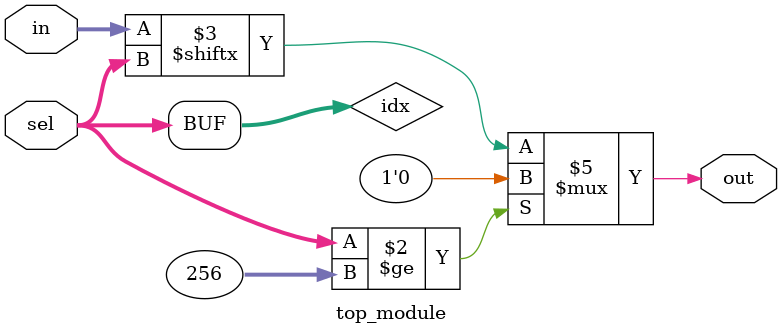
<source format=sv>
module top_module (
	input [255:0] in,
	input [7:0] sel,
	output  out
);

	reg [7:0] idx;
	assign idx = sel;
	
	always @* begin
		if (idx >= 256)
			out = 0;
		else
			out = in[idx];
	end
	
endmodule

</source>
